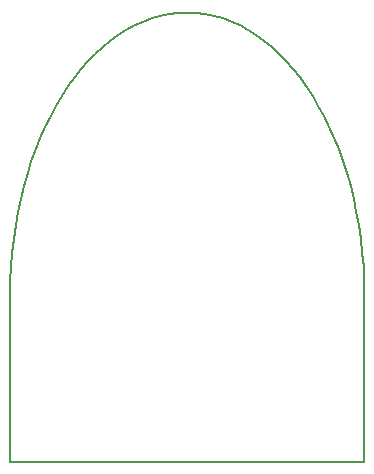
<source format=gbr>
%TF.GenerationSoftware,KiCad,Pcbnew,7.0.10*%
%TF.CreationDate,2025-02-23T01:37:13-06:00*%
%TF.ProjectId,Portal_Radio,506f7274-616c-45f5-9261-64696f2e6b69,rev?*%
%TF.SameCoordinates,Original*%
%TF.FileFunction,Profile,NP*%
%FSLAX46Y46*%
G04 Gerber Fmt 4.6, Leading zero omitted, Abs format (unit mm)*
G04 Created by KiCad (PCBNEW 7.0.10) date 2025-02-23 01:37:13*
%MOMM*%
%LPD*%
G01*
G04 APERTURE LIST*
%TA.AperFunction,Profile*%
%ADD10C,0.200000*%
%TD*%
%ADD11C,0.200000*%
%TA.AperFunction,Profile*%
%ADD12C,0.010050*%
%TD*%
G04 APERTURE END LIST*
D10*
X122555000Y-94615000D02*
X122555000Y-108615000D01*
D11*
X137555000Y-70615000D02*
X136783102Y-70646228D01*
X136021337Y-70738909D01*
X135270647Y-70891533D01*
X134531976Y-71102594D01*
X133806266Y-71370583D01*
X133094458Y-71693992D01*
X132397497Y-72071313D01*
X131716323Y-72501038D01*
X131051879Y-72981660D01*
X130405109Y-73511670D01*
X129776954Y-74089560D01*
X129168357Y-74713823D01*
X128580260Y-75382949D01*
X128013607Y-76095433D01*
X127469338Y-76849765D01*
X126948398Y-77644437D01*
X126451728Y-78477942D01*
X125980270Y-79348771D01*
X125534968Y-80255417D01*
X125116764Y-81196371D01*
X124726600Y-82170126D01*
X124365419Y-83175174D01*
X124034162Y-84210007D01*
X123733774Y-85273116D01*
X123465196Y-86362995D01*
X123229370Y-87478134D01*
X123027239Y-88617026D01*
X122859746Y-89778162D01*
X122727833Y-90960036D01*
X122632443Y-92161139D01*
X122574517Y-93379963D01*
X122555000Y-94615000D01*
D12*
X122560025Y-108615000D02*
G75*
G03*
X122549975Y-108615000I-5025J0D01*
G01*
X122549975Y-108615000D02*
G75*
G03*
X122560025Y-108615000I5025J0D01*
G01*
D10*
X152555000Y-108615000D02*
X152555000Y-94615000D01*
X122555000Y-108615000D02*
X152555000Y-108615000D01*
D11*
X152555000Y-94615000D02*
X152535482Y-93379963D01*
X152477556Y-92161139D01*
X152382166Y-90960036D01*
X152250253Y-89778162D01*
X152082760Y-88617026D01*
X151880629Y-87478134D01*
X151644803Y-86362995D01*
X151376225Y-85273116D01*
X151075837Y-84210007D01*
X150744580Y-83175174D01*
X150383399Y-82170126D01*
X149993235Y-81196371D01*
X149575031Y-80255417D01*
X149129729Y-79348771D01*
X148658271Y-78477942D01*
X148161601Y-77644437D01*
X147640661Y-76849765D01*
X147096392Y-76095433D01*
X146529739Y-75382949D01*
X145941642Y-74713823D01*
X145333045Y-74089560D01*
X144704890Y-73511670D01*
X144058120Y-72981660D01*
X143393676Y-72501038D01*
X142712502Y-72071313D01*
X142015541Y-71693992D01*
X141303733Y-71370583D01*
X140578023Y-71102594D01*
X139839352Y-70891533D01*
X139088662Y-70738909D01*
X138326897Y-70646228D01*
X137555000Y-70615000D01*
M02*

</source>
